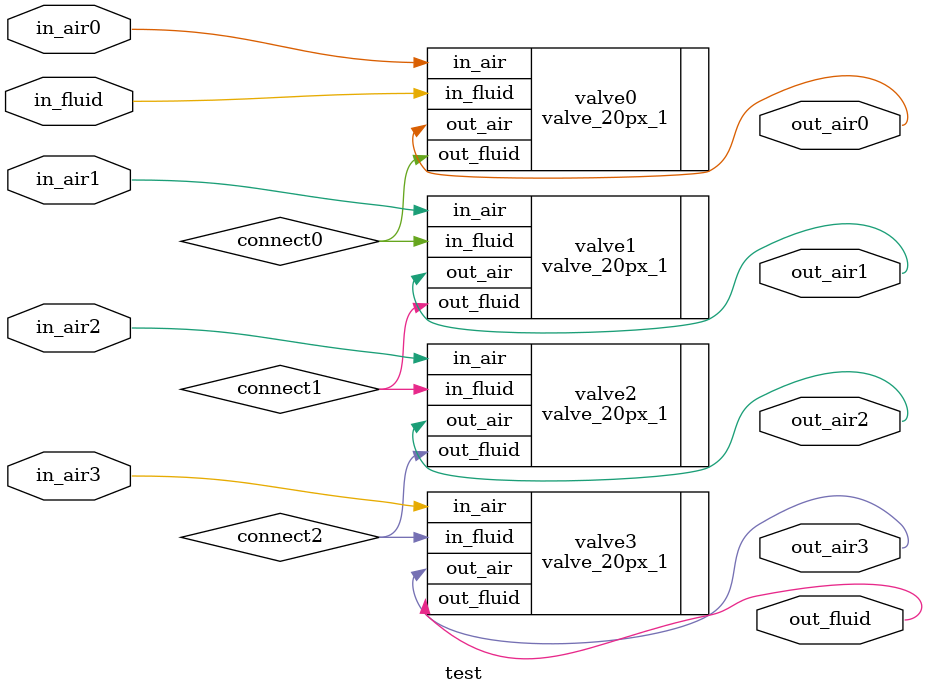
<source format=v>
module test (in_air0,
    in_air1,
    in_air2,
    in_air3,
    in_fluid,
    out_air0,
    out_air1,
    out_air2,
    out_air3,
    out_fluid);
 input in_air0;
 input in_air1;
 input in_air2;
 input in_air3;
 input in_fluid;
 output out_air0;
 output out_air1;
 output out_air2;
 output out_air3;
 output out_fluid;

 wire connect0;
 wire connect1;
 wire connect2;

 valve_20px_1 valve0 (.in_air(in_air0),
    .out_air(out_air0),
    .in_fluid(in_fluid),
    .out_fluid(connect0));
 valve_20px_1 valve1 (.in_air(in_air1),
    .out_air(out_air1),
    .in_fluid(connect0),
    .out_fluid(connect1));
 valve_20px_1 valve2 (.in_air(in_air2),
    .out_air(out_air2),
    .in_fluid(connect1),
    .out_fluid(connect2));
 valve_20px_1 valve3 (.in_air(in_air3),
    .out_air(out_air3),
    .in_fluid(connect2),
    .out_fluid(out_fluid));
endmodule

</source>
